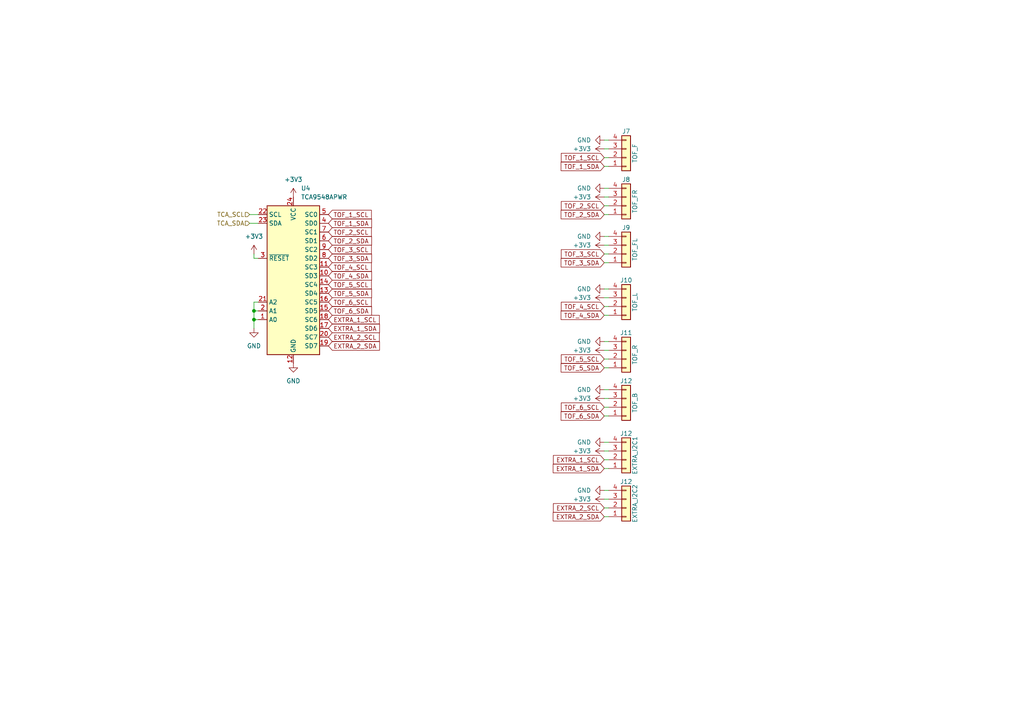
<source format=kicad_sch>
(kicad_sch (version 20230121) (generator eeschema)

  (uuid 7050d2c5-369f-4025-bc98-6b30bf6028c5)

  (paper "A4")

  (lib_symbols
    (symbol "Connector_Generic:Conn_01x04" (pin_names (offset 1.016) hide) (in_bom yes) (on_board yes)
      (property "Reference" "J" (at 0 5.08 0)
        (effects (font (size 1.27 1.27)))
      )
      (property "Value" "Conn_01x04" (at 0 -7.62 0)
        (effects (font (size 1.27 1.27)))
      )
      (property "Footprint" "" (at 0 0 0)
        (effects (font (size 1.27 1.27)) hide)
      )
      (property "Datasheet" "~" (at 0 0 0)
        (effects (font (size 1.27 1.27)) hide)
      )
      (property "ki_keywords" "connector" (at 0 0 0)
        (effects (font (size 1.27 1.27)) hide)
      )
      (property "ki_description" "Generic connector, single row, 01x04, script generated (kicad-library-utils/schlib/autogen/connector/)" (at 0 0 0)
        (effects (font (size 1.27 1.27)) hide)
      )
      (property "ki_fp_filters" "Connector*:*_1x??_*" (at 0 0 0)
        (effects (font (size 1.27 1.27)) hide)
      )
      (symbol "Conn_01x04_1_1"
        (rectangle (start -1.27 -4.953) (end 0 -5.207)
          (stroke (width 0.1524) (type default))
          (fill (type none))
        )
        (rectangle (start -1.27 -2.413) (end 0 -2.667)
          (stroke (width 0.1524) (type default))
          (fill (type none))
        )
        (rectangle (start -1.27 0.127) (end 0 -0.127)
          (stroke (width 0.1524) (type default))
          (fill (type none))
        )
        (rectangle (start -1.27 2.667) (end 0 2.413)
          (stroke (width 0.1524) (type default))
          (fill (type none))
        )
        (rectangle (start -1.27 3.81) (end 1.27 -6.35)
          (stroke (width 0.254) (type default))
          (fill (type background))
        )
        (pin passive line (at -5.08 2.54 0) (length 3.81)
          (name "Pin_1" (effects (font (size 1.27 1.27))))
          (number "1" (effects (font (size 1.27 1.27))))
        )
        (pin passive line (at -5.08 0 0) (length 3.81)
          (name "Pin_2" (effects (font (size 1.27 1.27))))
          (number "2" (effects (font (size 1.27 1.27))))
        )
        (pin passive line (at -5.08 -2.54 0) (length 3.81)
          (name "Pin_3" (effects (font (size 1.27 1.27))))
          (number "3" (effects (font (size 1.27 1.27))))
        )
        (pin passive line (at -5.08 -5.08 0) (length 3.81)
          (name "Pin_4" (effects (font (size 1.27 1.27))))
          (number "4" (effects (font (size 1.27 1.27))))
        )
      )
    )
    (symbol "Interface_Expansion:TCA9548APWR" (in_bom yes) (on_board yes)
      (property "Reference" "U" (at -7.62 21.59 0)
        (effects (font (size 1.27 1.27)) (justify left))
      )
      (property "Value" "TCA9548APWR" (at 1.016 21.59 0)
        (effects (font (size 1.27 1.27)) (justify left))
      )
      (property "Footprint" "Package_SO:TSSOP-24_4.4x7.8mm_P0.65mm" (at 0 -25.4 0)
        (effects (font (size 1.27 1.27)) hide)
      )
      (property "Datasheet" "http://www.ti.com/lit/ds/symlink/tca9548a.pdf" (at 1.27 6.35 0)
        (effects (font (size 1.27 1.27)) hide)
      )
      (property "ki_keywords" "Low voltage 8-channel I2C switch with reset" (at 0 0 0)
        (effects (font (size 1.27 1.27)) hide)
      )
      (property "ki_description" "Low voltage 8-channel I2C switch with reset, TSSOP-24" (at 0 0 0)
        (effects (font (size 1.27 1.27)) hide)
      )
      (property "ki_fp_filters" "TSSOP*4.4x7.8mm*P0.65mm*" (at 0 0 0)
        (effects (font (size 1.27 1.27)) hide)
      )
      (symbol "TCA9548APWR_0_1"
        (rectangle (start -7.62 20.32) (end 7.62 -22.86)
          (stroke (width 0.254) (type default))
          (fill (type background))
        )
      )
      (symbol "TCA9548APWR_1_1"
        (pin input line (at -10.16 -12.7 0) (length 2.54)
          (name "A0" (effects (font (size 1.27 1.27))))
          (number "1" (effects (font (size 1.27 1.27))))
        )
        (pin bidirectional line (at 10.16 0 180) (length 2.54)
          (name "SD3" (effects (font (size 1.27 1.27))))
          (number "10" (effects (font (size 1.27 1.27))))
        )
        (pin output line (at 10.16 2.54 180) (length 2.54)
          (name "SC3" (effects (font (size 1.27 1.27))))
          (number "11" (effects (font (size 1.27 1.27))))
        )
        (pin power_in line (at 0 -25.4 90) (length 2.54)
          (name "GND" (effects (font (size 1.27 1.27))))
          (number "12" (effects (font (size 1.27 1.27))))
        )
        (pin bidirectional line (at 10.16 -5.08 180) (length 2.54)
          (name "SD4" (effects (font (size 1.27 1.27))))
          (number "13" (effects (font (size 1.27 1.27))))
        )
        (pin output line (at 10.16 -2.54 180) (length 2.54)
          (name "SC4" (effects (font (size 1.27 1.27))))
          (number "14" (effects (font (size 1.27 1.27))))
        )
        (pin bidirectional line (at 10.16 -10.16 180) (length 2.54)
          (name "SD5" (effects (font (size 1.27 1.27))))
          (number "15" (effects (font (size 1.27 1.27))))
        )
        (pin output line (at 10.16 -7.62 180) (length 2.54)
          (name "SC5" (effects (font (size 1.27 1.27))))
          (number "16" (effects (font (size 1.27 1.27))))
        )
        (pin bidirectional line (at 10.16 -15.24 180) (length 2.54)
          (name "SD6" (effects (font (size 1.27 1.27))))
          (number "17" (effects (font (size 1.27 1.27))))
        )
        (pin output line (at 10.16 -12.7 180) (length 2.54)
          (name "SC6" (effects (font (size 1.27 1.27))))
          (number "18" (effects (font (size 1.27 1.27))))
        )
        (pin bidirectional line (at 10.16 -20.32 180) (length 2.54)
          (name "SD7" (effects (font (size 1.27 1.27))))
          (number "19" (effects (font (size 1.27 1.27))))
        )
        (pin input line (at -10.16 -10.16 0) (length 2.54)
          (name "A1" (effects (font (size 1.27 1.27))))
          (number "2" (effects (font (size 1.27 1.27))))
        )
        (pin output line (at 10.16 -17.78 180) (length 2.54)
          (name "SC7" (effects (font (size 1.27 1.27))))
          (number "20" (effects (font (size 1.27 1.27))))
        )
        (pin input line (at -10.16 -7.62 0) (length 2.54)
          (name "A2" (effects (font (size 1.27 1.27))))
          (number "21" (effects (font (size 1.27 1.27))))
        )
        (pin input line (at -10.16 17.78 0) (length 2.54)
          (name "SCL" (effects (font (size 1.27 1.27))))
          (number "22" (effects (font (size 1.27 1.27))))
        )
        (pin bidirectional line (at -10.16 15.24 0) (length 2.54)
          (name "SDA" (effects (font (size 1.27 1.27))))
          (number "23" (effects (font (size 1.27 1.27))))
        )
        (pin power_in line (at 0 22.86 270) (length 2.54)
          (name "VCC" (effects (font (size 1.27 1.27))))
          (number "24" (effects (font (size 1.27 1.27))))
        )
        (pin input line (at -10.16 5.08 0) (length 2.54)
          (name "~{RESET}" (effects (font (size 1.27 1.27))))
          (number "3" (effects (font (size 1.27 1.27))))
        )
        (pin bidirectional line (at 10.16 15.24 180) (length 2.54)
          (name "SD0" (effects (font (size 1.27 1.27))))
          (number "4" (effects (font (size 1.27 1.27))))
        )
        (pin output line (at 10.16 17.78 180) (length 2.54)
          (name "SC0" (effects (font (size 1.27 1.27))))
          (number "5" (effects (font (size 1.27 1.27))))
        )
        (pin bidirectional line (at 10.16 10.16 180) (length 2.54)
          (name "SD1" (effects (font (size 1.27 1.27))))
          (number "6" (effects (font (size 1.27 1.27))))
        )
        (pin output line (at 10.16 12.7 180) (length 2.54)
          (name "SC1" (effects (font (size 1.27 1.27))))
          (number "7" (effects (font (size 1.27 1.27))))
        )
        (pin bidirectional line (at 10.16 5.08 180) (length 2.54)
          (name "SD2" (effects (font (size 1.27 1.27))))
          (number "8" (effects (font (size 1.27 1.27))))
        )
        (pin output line (at 10.16 7.62 180) (length 2.54)
          (name "SC2" (effects (font (size 1.27 1.27))))
          (number "9" (effects (font (size 1.27 1.27))))
        )
      )
    )
    (symbol "power:+3V3" (power) (pin_names (offset 0)) (in_bom yes) (on_board yes)
      (property "Reference" "#PWR" (at 0 -3.81 0)
        (effects (font (size 1.27 1.27)) hide)
      )
      (property "Value" "+3V3" (at 0 3.556 0)
        (effects (font (size 1.27 1.27)))
      )
      (property "Footprint" "" (at 0 0 0)
        (effects (font (size 1.27 1.27)) hide)
      )
      (property "Datasheet" "" (at 0 0 0)
        (effects (font (size 1.27 1.27)) hide)
      )
      (property "ki_keywords" "power-flag" (at 0 0 0)
        (effects (font (size 1.27 1.27)) hide)
      )
      (property "ki_description" "Power symbol creates a global label with name \"+3V3\"" (at 0 0 0)
        (effects (font (size 1.27 1.27)) hide)
      )
      (symbol "+3V3_0_1"
        (polyline
          (pts
            (xy -0.762 1.27)
            (xy 0 2.54)
          )
          (stroke (width 0) (type default))
          (fill (type none))
        )
        (polyline
          (pts
            (xy 0 0)
            (xy 0 2.54)
          )
          (stroke (width 0) (type default))
          (fill (type none))
        )
        (polyline
          (pts
            (xy 0 2.54)
            (xy 0.762 1.27)
          )
          (stroke (width 0) (type default))
          (fill (type none))
        )
      )
      (symbol "+3V3_1_1"
        (pin power_in line (at 0 0 90) (length 0) hide
          (name "+3V3" (effects (font (size 1.27 1.27))))
          (number "1" (effects (font (size 1.27 1.27))))
        )
      )
    )
    (symbol "power:GND" (power) (pin_names (offset 0)) (in_bom yes) (on_board yes)
      (property "Reference" "#PWR" (at 0 -6.35 0)
        (effects (font (size 1.27 1.27)) hide)
      )
      (property "Value" "GND" (at 0 -3.81 0)
        (effects (font (size 1.27 1.27)))
      )
      (property "Footprint" "" (at 0 0 0)
        (effects (font (size 1.27 1.27)) hide)
      )
      (property "Datasheet" "" (at 0 0 0)
        (effects (font (size 1.27 1.27)) hide)
      )
      (property "ki_keywords" "global power" (at 0 0 0)
        (effects (font (size 1.27 1.27)) hide)
      )
      (property "ki_description" "Power symbol creates a global label with name \"GND\" , ground" (at 0 0 0)
        (effects (font (size 1.27 1.27)) hide)
      )
      (symbol "GND_0_1"
        (polyline
          (pts
            (xy 0 0)
            (xy 0 -1.27)
            (xy 1.27 -1.27)
            (xy 0 -2.54)
            (xy -1.27 -1.27)
            (xy 0 -1.27)
          )
          (stroke (width 0) (type default))
          (fill (type none))
        )
      )
      (symbol "GND_1_1"
        (pin power_in line (at 0 0 270) (length 0) hide
          (name "GND" (effects (font (size 1.27 1.27))))
          (number "1" (effects (font (size 1.27 1.27))))
        )
      )
    )
  )

  (junction (at 73.66 92.71) (diameter 0) (color 0 0 0 0)
    (uuid 25a036ce-5c5c-4a82-970b-9034c9b4c53f)
  )
  (junction (at 73.66 90.17) (diameter 0) (color 0 0 0 0)
    (uuid 37d750b7-5f6e-48c9-b0c0-5e965884b2b2)
  )

  (wire (pts (xy 73.66 90.17) (xy 73.66 92.71))
    (stroke (width 0) (type default))
    (uuid 0acfd825-58bb-474e-b7c0-4ba189893f49)
  )
  (wire (pts (xy 175.26 86.36) (xy 176.53 86.36))
    (stroke (width 0) (type default))
    (uuid 13870f2d-8fb6-427c-87b1-3e4e0d05c649)
  )
  (wire (pts (xy 175.26 142.24) (xy 176.53 142.24))
    (stroke (width 0) (type default))
    (uuid 16959c85-bc57-4fbc-ab24-a334cdc7d8e5)
  )
  (wire (pts (xy 73.66 92.71) (xy 73.66 95.25))
    (stroke (width 0) (type default))
    (uuid 2d0e734d-a154-471f-b69a-f74e168b1c97)
  )
  (wire (pts (xy 73.66 92.71) (xy 74.93 92.71))
    (stroke (width 0) (type default))
    (uuid 30616026-c5ba-4364-893d-b74a0bfd19f7)
  )
  (wire (pts (xy 175.26 68.58) (xy 176.53 68.58))
    (stroke (width 0) (type default))
    (uuid 33417410-11f2-4c13-9364-96525aa8700d)
  )
  (wire (pts (xy 175.26 115.57) (xy 176.53 115.57))
    (stroke (width 0) (type default))
    (uuid 337adccf-09a7-49cc-b5bf-07284714ac36)
  )
  (wire (pts (xy 175.26 144.78) (xy 176.53 144.78))
    (stroke (width 0) (type default))
    (uuid 34b54a1f-79c9-4ec6-a157-e9ae43f14aae)
  )
  (wire (pts (xy 73.66 87.63) (xy 73.66 90.17))
    (stroke (width 0) (type default))
    (uuid 3b868320-a59b-4c1f-9f4e-e4c7f6efdbac)
  )
  (wire (pts (xy 175.26 45.72) (xy 176.53 45.72))
    (stroke (width 0) (type default))
    (uuid 3cee042f-2319-490d-8e63-691063224732)
  )
  (wire (pts (xy 72.39 64.77) (xy 74.93 64.77))
    (stroke (width 0) (type default))
    (uuid 3eb005c3-790d-4130-a1d2-daf04db194c7)
  )
  (wire (pts (xy 175.26 88.9) (xy 176.53 88.9))
    (stroke (width 0) (type default))
    (uuid 42f73142-58bc-4612-8caf-b24fb7c11c37)
  )
  (wire (pts (xy 73.66 90.17) (xy 74.93 90.17))
    (stroke (width 0) (type default))
    (uuid 4650141a-4a2e-4f0f-955e-aa91a10dc492)
  )
  (wire (pts (xy 175.26 62.23) (xy 176.53 62.23))
    (stroke (width 0) (type default))
    (uuid 4b877069-81cd-4dd5-be2f-1ddf12abfd53)
  )
  (wire (pts (xy 175.26 120.65) (xy 176.53 120.65))
    (stroke (width 0) (type default))
    (uuid 60821121-5cec-468e-8fbb-08c319a0b90d)
  )
  (wire (pts (xy 72.39 62.23) (xy 74.93 62.23))
    (stroke (width 0) (type default))
    (uuid 62a6cd4b-9d89-4f12-9538-258673569b39)
  )
  (wire (pts (xy 175.26 71.12) (xy 176.53 71.12))
    (stroke (width 0) (type default))
    (uuid 66a0c549-1652-439c-badb-539bc72f38b9)
  )
  (wire (pts (xy 175.26 130.81) (xy 176.53 130.81))
    (stroke (width 0) (type default))
    (uuid 736ef9fe-f2e3-4dbe-bac3-c7780eb5d6e4)
  )
  (wire (pts (xy 175.26 76.2) (xy 176.53 76.2))
    (stroke (width 0) (type default))
    (uuid 7b95a2ad-0f1a-4e19-aa42-95db91b02039)
  )
  (wire (pts (xy 175.26 40.64) (xy 176.53 40.64))
    (stroke (width 0) (type default))
    (uuid 906345d6-21dd-45e1-b421-4ebeff300227)
  )
  (wire (pts (xy 175.26 147.32) (xy 176.53 147.32))
    (stroke (width 0) (type default))
    (uuid 94de4d81-02f9-4d04-8fa0-d226ea2dad2a)
  )
  (wire (pts (xy 175.26 149.86) (xy 176.53 149.86))
    (stroke (width 0) (type default))
    (uuid 9d28e49b-0d64-4a21-87aa-06dd54713a9d)
  )
  (wire (pts (xy 175.26 83.82) (xy 176.53 83.82))
    (stroke (width 0) (type default))
    (uuid a5e5794d-58b8-4500-ad58-7df7043dc7b3)
  )
  (wire (pts (xy 175.26 91.44) (xy 176.53 91.44))
    (stroke (width 0) (type default))
    (uuid a65fa68a-c934-4937-a12d-2de0bd07269b)
  )
  (wire (pts (xy 175.26 54.61) (xy 176.53 54.61))
    (stroke (width 0) (type default))
    (uuid ac67ffbf-3cc0-4735-8a65-3943f10e64e6)
  )
  (wire (pts (xy 175.26 99.06) (xy 176.53 99.06))
    (stroke (width 0) (type default))
    (uuid b15d0aa0-8186-4eb3-92ae-0375dbac3580)
  )
  (wire (pts (xy 175.26 101.6) (xy 176.53 101.6))
    (stroke (width 0) (type default))
    (uuid b658e02d-903f-4ac7-9d7a-70228f4eb34f)
  )
  (wire (pts (xy 175.26 59.69) (xy 176.53 59.69))
    (stroke (width 0) (type default))
    (uuid b7a60a4d-dceb-4702-9d6f-904aade62a84)
  )
  (wire (pts (xy 175.26 118.11) (xy 176.53 118.11))
    (stroke (width 0) (type default))
    (uuid cca7106e-0ade-48c6-bbad-63c8f060b255)
  )
  (wire (pts (xy 175.26 57.15) (xy 176.53 57.15))
    (stroke (width 0) (type default))
    (uuid d9c89ff0-6f46-407a-8943-44945530415e)
  )
  (wire (pts (xy 175.26 104.14) (xy 176.53 104.14))
    (stroke (width 0) (type default))
    (uuid dcd6c73a-9e93-478c-be07-0195ae1c2e5a)
  )
  (wire (pts (xy 175.26 106.68) (xy 176.53 106.68))
    (stroke (width 0) (type default))
    (uuid ddcc8f2a-3577-4b1e-a5e2-6fa1776d9141)
  )
  (wire (pts (xy 175.26 48.26) (xy 176.53 48.26))
    (stroke (width 0) (type default))
    (uuid e0dfd829-35e3-424c-a88b-ffa6d7afc810)
  )
  (wire (pts (xy 73.66 74.93) (xy 73.66 73.66))
    (stroke (width 0) (type default))
    (uuid ed76033f-fea5-4339-91a6-2b4c5d3b18e3)
  )
  (wire (pts (xy 175.26 43.18) (xy 176.53 43.18))
    (stroke (width 0) (type default))
    (uuid ee95aeaf-3999-4f37-be05-81de8c240e09)
  )
  (wire (pts (xy 74.93 87.63) (xy 73.66 87.63))
    (stroke (width 0) (type default))
    (uuid eeceaff8-e018-4ec9-8bf7-7f66751475cf)
  )
  (wire (pts (xy 175.26 128.27) (xy 176.53 128.27))
    (stroke (width 0) (type default))
    (uuid f10767ae-cb98-4ed2-ae49-50babd6e2806)
  )
  (wire (pts (xy 175.26 73.66) (xy 176.53 73.66))
    (stroke (width 0) (type default))
    (uuid f801d962-006b-4b93-bd4f-b495c8773141)
  )
  (wire (pts (xy 74.93 74.93) (xy 73.66 74.93))
    (stroke (width 0) (type default))
    (uuid f8d06f6a-9069-43b7-b4ab-b313007ed355)
  )
  (wire (pts (xy 175.26 135.89) (xy 176.53 135.89))
    (stroke (width 0) (type default))
    (uuid f982f987-d09d-419e-b0a7-8dac0f605cf1)
  )
  (wire (pts (xy 175.26 133.35) (xy 176.53 133.35))
    (stroke (width 0) (type default))
    (uuid f9840433-55ae-4471-99db-699551a91c17)
  )
  (wire (pts (xy 175.26 113.03) (xy 176.53 113.03))
    (stroke (width 0) (type default))
    (uuid fef384fa-9991-4d29-b749-d17f5b319c50)
  )

  (global_label "TOF_4_SDA" (shape input) (at 95.25 80.01 0) (fields_autoplaced)
    (effects (font (size 1.27 1.27)) (justify left))
    (uuid 0199da43-86b4-4ffb-aba3-e59868052724)
    (property "Intersheetrefs" "${INTERSHEET_REFS}" (at 108.3347 80.01 0)
      (effects (font (size 1.27 1.27)) (justify left) hide)
    )
  )
  (global_label "TOF_6_SDA" (shape input) (at 175.26 120.65 180) (fields_autoplaced)
    (effects (font (size 1.27 1.27)) (justify right))
    (uuid 0416dbd6-feec-4a2c-ae27-8473771d9eb7)
    (property "Intersheetrefs" "${INTERSHEET_REFS}" (at 162.1753 120.65 0)
      (effects (font (size 1.27 1.27)) (justify right) hide)
    )
  )
  (global_label "TOF_2_SCL" (shape input) (at 95.25 67.31 0) (fields_autoplaced)
    (effects (font (size 1.27 1.27)) (justify left))
    (uuid 07f7cf1c-a018-4ff9-9244-717daaf4135c)
    (property "Intersheetrefs" "${INTERSHEET_REFS}" (at 108.2742 67.31 0)
      (effects (font (size 1.27 1.27)) (justify left) hide)
    )
  )
  (global_label "TOF_4_SDA" (shape input) (at 175.26 91.44 180) (fields_autoplaced)
    (effects (font (size 1.27 1.27)) (justify right))
    (uuid 2a34cbdc-3d3d-4882-91d3-c06c2987a581)
    (property "Intersheetrefs" "${INTERSHEET_REFS}" (at 162.1753 91.44 0)
      (effects (font (size 1.27 1.27)) (justify right) hide)
    )
  )
  (global_label "TOF_2_SDA" (shape input) (at 175.26 62.23 180) (fields_autoplaced)
    (effects (font (size 1.27 1.27)) (justify right))
    (uuid 3d2c46e4-9498-4aa5-9449-61991062cf41)
    (property "Intersheetrefs" "${INTERSHEET_REFS}" (at 162.1753 62.23 0)
      (effects (font (size 1.27 1.27)) (justify right) hide)
    )
  )
  (global_label "TOF_5_SDA" (shape input) (at 175.26 106.68 180) (fields_autoplaced)
    (effects (font (size 1.27 1.27)) (justify right))
    (uuid 3dd2e95b-06fd-4cb1-bd91-d4b7fed10864)
    (property "Intersheetrefs" "${INTERSHEET_REFS}" (at 162.1753 106.68 0)
      (effects (font (size 1.27 1.27)) (justify right) hide)
    )
  )
  (global_label "TOF_6_SDA" (shape input) (at 95.25 90.17 0) (fields_autoplaced)
    (effects (font (size 1.27 1.27)) (justify left))
    (uuid 3e93eee4-98ec-41fa-a8d8-ea12ad284720)
    (property "Intersheetrefs" "${INTERSHEET_REFS}" (at 108.3347 90.17 0)
      (effects (font (size 1.27 1.27)) (justify left) hide)
    )
  )
  (global_label "EXTRA_1_SCL" (shape input) (at 175.26 133.35 180) (fields_autoplaced)
    (effects (font (size 1.27 1.27)) (justify right))
    (uuid 49b4c8f7-fab0-4701-84f5-f09d8cac73f5)
    (property "Intersheetrefs" "${INTERSHEET_REFS}" (at 159.9378 133.35 0)
      (effects (font (size 1.27 1.27)) (justify right) hide)
    )
  )
  (global_label "EXTRA_2_SCL" (shape input) (at 175.26 147.32 180) (fields_autoplaced)
    (effects (font (size 1.27 1.27)) (justify right))
    (uuid 659324ba-8a01-49a1-9c91-c276d3a7859f)
    (property "Intersheetrefs" "${INTERSHEET_REFS}" (at 159.9378 147.32 0)
      (effects (font (size 1.27 1.27)) (justify right) hide)
    )
  )
  (global_label "EXTRA_2_SCL" (shape input) (at 95.25 97.79 0) (fields_autoplaced)
    (effects (font (size 1.27 1.27)) (justify left))
    (uuid 67249410-f501-4306-99d7-ee1842d59426)
    (property "Intersheetrefs" "${INTERSHEET_REFS}" (at 110.5722 97.79 0)
      (effects (font (size 1.27 1.27)) (justify left) hide)
    )
  )
  (global_label "TOF_6_SCL" (shape input) (at 95.25 87.63 0) (fields_autoplaced)
    (effects (font (size 1.27 1.27)) (justify left))
    (uuid 67e1da0a-a230-45cc-94c6-75eedc05d22d)
    (property "Intersheetrefs" "${INTERSHEET_REFS}" (at 108.2742 87.63 0)
      (effects (font (size 1.27 1.27)) (justify left) hide)
    )
  )
  (global_label "TOF_1_SDA" (shape input) (at 175.26 48.26 180) (fields_autoplaced)
    (effects (font (size 1.27 1.27)) (justify right))
    (uuid 692674a7-788f-48d7-94a3-149214aee299)
    (property "Intersheetrefs" "${INTERSHEET_REFS}" (at 162.1753 48.26 0)
      (effects (font (size 1.27 1.27)) (justify right) hide)
    )
  )
  (global_label "EXTRA_2_SDA" (shape input) (at 95.25 100.33 0) (fields_autoplaced)
    (effects (font (size 1.27 1.27)) (justify left))
    (uuid 6a49294a-aafe-4a75-815e-762ff41b16d6)
    (property "Intersheetrefs" "${INTERSHEET_REFS}" (at 110.6327 100.33 0)
      (effects (font (size 1.27 1.27)) (justify left) hide)
    )
  )
  (global_label "TOF_2_SDA" (shape input) (at 95.25 69.85 0) (fields_autoplaced)
    (effects (font (size 1.27 1.27)) (justify left))
    (uuid 6d43a71a-6faa-4d9b-9325-fa7860843bce)
    (property "Intersheetrefs" "${INTERSHEET_REFS}" (at 108.3347 69.85 0)
      (effects (font (size 1.27 1.27)) (justify left) hide)
    )
  )
  (global_label "TOF_4_SCL" (shape input) (at 95.25 77.47 0) (fields_autoplaced)
    (effects (font (size 1.27 1.27)) (justify left))
    (uuid 7940ef1a-ee34-4244-bbe9-ac8b76db164a)
    (property "Intersheetrefs" "${INTERSHEET_REFS}" (at 108.2742 77.47 0)
      (effects (font (size 1.27 1.27)) (justify left) hide)
    )
  )
  (global_label "TOF_1_SCL" (shape input) (at 95.25 62.23 0) (fields_autoplaced)
    (effects (font (size 1.27 1.27)) (justify left))
    (uuid 79992448-80d8-4f8d-a9f5-4eb8c3ed32f0)
    (property "Intersheetrefs" "${INTERSHEET_REFS}" (at 108.2742 62.23 0)
      (effects (font (size 1.27 1.27)) (justify left) hide)
    )
  )
  (global_label "TOF_5_SDA" (shape input) (at 95.25 85.09 0) (fields_autoplaced)
    (effects (font (size 1.27 1.27)) (justify left))
    (uuid 7d233472-e130-44de-a6c3-61fe7d71017d)
    (property "Intersheetrefs" "${INTERSHEET_REFS}" (at 108.3347 85.09 0)
      (effects (font (size 1.27 1.27)) (justify left) hide)
    )
  )
  (global_label "TOF_5_SCL" (shape input) (at 95.25 82.55 0) (fields_autoplaced)
    (effects (font (size 1.27 1.27)) (justify left))
    (uuid 8a0291dc-818b-4496-8dea-fd4a1d7406c7)
    (property "Intersheetrefs" "${INTERSHEET_REFS}" (at 108.2742 82.55 0)
      (effects (font (size 1.27 1.27)) (justify left) hide)
    )
  )
  (global_label "TOF_3_SCL" (shape input) (at 175.26 73.66 180) (fields_autoplaced)
    (effects (font (size 1.27 1.27)) (justify right))
    (uuid 90f51e66-35cd-4973-b6c7-c559da0f46b4)
    (property "Intersheetrefs" "${INTERSHEET_REFS}" (at 162.2358 73.66 0)
      (effects (font (size 1.27 1.27)) (justify right) hide)
    )
  )
  (global_label "TOF_1_SCL" (shape input) (at 175.26 45.72 180) (fields_autoplaced)
    (effects (font (size 1.27 1.27)) (justify right))
    (uuid b9147af5-c9cd-4bd0-b1c4-0a51fa7dcf28)
    (property "Intersheetrefs" "${INTERSHEET_REFS}" (at 162.2358 45.72 0)
      (effects (font (size 1.27 1.27)) (justify right) hide)
    )
  )
  (global_label "TOF_1_SDA" (shape input) (at 95.25 64.77 0) (fields_autoplaced)
    (effects (font (size 1.27 1.27)) (justify left))
    (uuid c4af585a-2ac6-4d49-8bc4-741a0bd450a8)
    (property "Intersheetrefs" "${INTERSHEET_REFS}" (at 108.3347 64.77 0)
      (effects (font (size 1.27 1.27)) (justify left) hide)
    )
  )
  (global_label "TOF_5_SCL" (shape input) (at 175.26 104.14 180) (fields_autoplaced)
    (effects (font (size 1.27 1.27)) (justify right))
    (uuid cbc8028d-1616-4a05-9092-90d8aed28644)
    (property "Intersheetrefs" "${INTERSHEET_REFS}" (at 162.2358 104.14 0)
      (effects (font (size 1.27 1.27)) (justify right) hide)
    )
  )
  (global_label "TOF_6_SCL" (shape input) (at 175.26 118.11 180) (fields_autoplaced)
    (effects (font (size 1.27 1.27)) (justify right))
    (uuid d5f5d5f5-d141-4007-baee-e1b81a1985d3)
    (property "Intersheetrefs" "${INTERSHEET_REFS}" (at 162.2358 118.11 0)
      (effects (font (size 1.27 1.27)) (justify right) hide)
    )
  )
  (global_label "EXTRA_1_SDA" (shape input) (at 95.25 95.25 0) (fields_autoplaced)
    (effects (font (size 1.27 1.27)) (justify left))
    (uuid d7ef1fb5-b6eb-4404-8c3b-983576756fe7)
    (property "Intersheetrefs" "${INTERSHEET_REFS}" (at 110.6327 95.25 0)
      (effects (font (size 1.27 1.27)) (justify left) hide)
    )
  )
  (global_label "TOF_3_SDA" (shape input) (at 175.26 76.2 180) (fields_autoplaced)
    (effects (font (size 1.27 1.27)) (justify right))
    (uuid ea01329c-ecaa-49e0-9fca-78db9e2d001a)
    (property "Intersheetrefs" "${INTERSHEET_REFS}" (at 162.1753 76.2 0)
      (effects (font (size 1.27 1.27)) (justify right) hide)
    )
  )
  (global_label "TOF_2_SCL" (shape input) (at 175.26 59.69 180) (fields_autoplaced)
    (effects (font (size 1.27 1.27)) (justify right))
    (uuid eec3a234-7d72-49f4-9492-52e4e000dc55)
    (property "Intersheetrefs" "${INTERSHEET_REFS}" (at 162.2358 59.69 0)
      (effects (font (size 1.27 1.27)) (justify right) hide)
    )
  )
  (global_label "TOF_3_SDA" (shape input) (at 95.25 74.93 0) (fields_autoplaced)
    (effects (font (size 1.27 1.27)) (justify left))
    (uuid f39e8c6e-a5a2-4048-a076-47f2d6d8eb8d)
    (property "Intersheetrefs" "${INTERSHEET_REFS}" (at 108.3347 74.93 0)
      (effects (font (size 1.27 1.27)) (justify left) hide)
    )
  )
  (global_label "EXTRA_1_SCL" (shape input) (at 95.25 92.71 0) (fields_autoplaced)
    (effects (font (size 1.27 1.27)) (justify left))
    (uuid f6a6db0e-b957-48b1-9c1e-17f46104ab6c)
    (property "Intersheetrefs" "${INTERSHEET_REFS}" (at 110.5722 92.71 0)
      (effects (font (size 1.27 1.27)) (justify left) hide)
    )
  )
  (global_label "EXTRA_2_SDA" (shape input) (at 175.26 149.86 180) (fields_autoplaced)
    (effects (font (size 1.27 1.27)) (justify right))
    (uuid f81015a5-648d-413b-86f5-9d52ddacafb9)
    (property "Intersheetrefs" "${INTERSHEET_REFS}" (at 159.8773 149.86 0)
      (effects (font (size 1.27 1.27)) (justify right) hide)
    )
  )
  (global_label "TOF_4_SCL" (shape input) (at 175.26 88.9 180) (fields_autoplaced)
    (effects (font (size 1.27 1.27)) (justify right))
    (uuid fcc8e115-552d-475e-b7c2-dbe8f944699b)
    (property "Intersheetrefs" "${INTERSHEET_REFS}" (at 162.2358 88.9 0)
      (effects (font (size 1.27 1.27)) (justify right) hide)
    )
  )
  (global_label "TOF_3_SCL" (shape input) (at 95.25 72.39 0) (fields_autoplaced)
    (effects (font (size 1.27 1.27)) (justify left))
    (uuid fcf355e7-73a2-49ae-98c1-b2684c4f02ae)
    (property "Intersheetrefs" "${INTERSHEET_REFS}" (at 108.2742 72.39 0)
      (effects (font (size 1.27 1.27)) (justify left) hide)
    )
  )
  (global_label "EXTRA_1_SDA" (shape input) (at 175.26 135.89 180) (fields_autoplaced)
    (effects (font (size 1.27 1.27)) (justify right))
    (uuid ff3676eb-2777-408c-b310-139b08f8ac98)
    (property "Intersheetrefs" "${INTERSHEET_REFS}" (at 159.8773 135.89 0)
      (effects (font (size 1.27 1.27)) (justify right) hide)
    )
  )

  (hierarchical_label "TCA_SCL" (shape input) (at 72.39 62.23 180) (fields_autoplaced)
    (effects (font (size 1.27 1.27)) (justify right))
    (uuid abbe9910-6d78-4c93-9dc3-27e7e90de25a)
  )
  (hierarchical_label "TCA_SDA" (shape input) (at 72.39 64.77 180) (fields_autoplaced)
    (effects (font (size 1.27 1.27)) (justify right))
    (uuid da4334c1-d049-443d-9a1f-56b99d5d403d)
  )

  (symbol (lib_id "power:GND") (at 85.09 105.41 0) (unit 1)
    (in_bom yes) (on_board yes) (dnp no) (fields_autoplaced)
    (uuid 108a65de-bc43-4863-b3c0-07209446caf3)
    (property "Reference" "#PWR026" (at 85.09 111.76 0)
      (effects (font (size 1.27 1.27)) hide)
    )
    (property "Value" "GND" (at 85.09 110.49 0)
      (effects (font (size 1.27 1.27)))
    )
    (property "Footprint" "" (at 85.09 105.41 0)
      (effects (font (size 1.27 1.27)) hide)
    )
    (property "Datasheet" "" (at 85.09 105.41 0)
      (effects (font (size 1.27 1.27)) hide)
    )
    (pin "1" (uuid 30177c05-32d2-4dbd-ac7e-6d3b98913d8b))
    (instances
      (project "MiniSumoPCB"
        (path "/0698a2d5-b2b6-4d73-8e30-63fb12402901"
          (reference "#PWR026") (unit 1)
        )
        (path "/0698a2d5-b2b6-4d73-8e30-63fb12402901/c2c084d3-faf8-46f3-8dc2-bbf086e8194e"
          (reference "#PWR032") (unit 1)
        )
      )
      (project "SolarScavenger"
        (path "/15d21b70-cf75-4246-a7d0-16607a291558"
          (reference "#PWR020") (unit 1)
        )
      )
    )
  )

  (symbol (lib_id "power:GND") (at 175.26 142.24 270) (unit 1)
    (in_bom yes) (on_board yes) (dnp no) (fields_autoplaced)
    (uuid 13222e63-a243-451d-b916-af9e1dc2fc1c)
    (property "Reference" "#PWR030" (at 168.91 142.24 0)
      (effects (font (size 1.27 1.27)) hide)
    )
    (property "Value" "GND" (at 171.45 142.24 90)
      (effects (font (size 1.27 1.27)) (justify right))
    )
    (property "Footprint" "" (at 175.26 142.24 0)
      (effects (font (size 1.27 1.27)) hide)
    )
    (property "Datasheet" "" (at 175.26 142.24 0)
      (effects (font (size 1.27 1.27)) hide)
    )
    (pin "1" (uuid 95003e80-4dd2-4ab1-912b-2a720a010883))
    (instances
      (project "MiniSumoPCB"
        (path "/0698a2d5-b2b6-4d73-8e30-63fb12402901"
          (reference "#PWR030") (unit 1)
        )
        (path "/0698a2d5-b2b6-4d73-8e30-63fb12402901/c2c084d3-faf8-46f3-8dc2-bbf086e8194e"
          (reference "#PWR054") (unit 1)
        )
      )
      (project "SolarScavenger"
        (path "/15d21b70-cf75-4246-a7d0-16607a291558"
          (reference "#PWR020") (unit 1)
        )
      )
    )
  )

  (symbol (lib_id "power:+3V3") (at 73.66 73.66 0) (mirror y) (unit 1)
    (in_bom yes) (on_board yes) (dnp no) (fields_autoplaced)
    (uuid 137b625f-dd90-4992-a6b1-28650ba4a744)
    (property "Reference" "#PWR023" (at 73.66 77.47 0)
      (effects (font (size 1.27 1.27)) hide)
    )
    (property "Value" "+3V3" (at 73.66 68.58 0)
      (effects (font (size 1.27 1.27)))
    )
    (property "Footprint" "" (at 73.66 73.66 0)
      (effects (font (size 1.27 1.27)) hide)
    )
    (property "Datasheet" "" (at 73.66 73.66 0)
      (effects (font (size 1.27 1.27)) hide)
    )
    (pin "1" (uuid 66bc356e-2b3f-43fb-93d7-5b354fed8707))
    (instances
      (project "MiniSumoPCB"
        (path "/0698a2d5-b2b6-4d73-8e30-63fb12402901"
          (reference "#PWR023") (unit 1)
        )
        (path "/0698a2d5-b2b6-4d73-8e30-63fb12402901/c2c084d3-faf8-46f3-8dc2-bbf086e8194e"
          (reference "#PWR035") (unit 1)
        )
      )
      (project "SolarScavenger"
        (path "/15d21b70-cf75-4246-a7d0-16607a291558"
          (reference "#PWR019") (unit 1)
        )
      )
    )
  )

  (symbol (lib_id "power:GND") (at 175.26 99.06 270) (unit 1)
    (in_bom yes) (on_board yes) (dnp no) (fields_autoplaced)
    (uuid 14bde7b1-8b9e-4514-b15e-d1ad7a57738e)
    (property "Reference" "#PWR028" (at 168.91 99.06 0)
      (effects (font (size 1.27 1.27)) hide)
    )
    (property "Value" "GND" (at 171.45 99.06 90)
      (effects (font (size 1.27 1.27)) (justify right))
    )
    (property "Footprint" "" (at 175.26 99.06 0)
      (effects (font (size 1.27 1.27)) hide)
    )
    (property "Datasheet" "" (at 175.26 99.06 0)
      (effects (font (size 1.27 1.27)) hide)
    )
    (pin "1" (uuid 49822cd7-cb55-4d13-b102-464232a21187))
    (instances
      (project "MiniSumoPCB"
        (path "/0698a2d5-b2b6-4d73-8e30-63fb12402901"
          (reference "#PWR028") (unit 1)
        )
        (path "/0698a2d5-b2b6-4d73-8e30-63fb12402901/c2c084d3-faf8-46f3-8dc2-bbf086e8194e"
          (reference "#PWR028") (unit 1)
        )
      )
      (project "SolarScavenger"
        (path "/15d21b70-cf75-4246-a7d0-16607a291558"
          (reference "#PWR020") (unit 1)
        )
      )
    )
  )

  (symbol (lib_id "power:GND") (at 175.26 83.82 270) (unit 1)
    (in_bom yes) (on_board yes) (dnp no) (fields_autoplaced)
    (uuid 19469fca-24db-477b-8b36-e9df078a8e76)
    (property "Reference" "#PWR026" (at 168.91 83.82 0)
      (effects (font (size 1.27 1.27)) hide)
    )
    (property "Value" "GND" (at 171.45 83.82 90)
      (effects (font (size 1.27 1.27)) (justify right))
    )
    (property "Footprint" "" (at 175.26 83.82 0)
      (effects (font (size 1.27 1.27)) hide)
    )
    (property "Datasheet" "" (at 175.26 83.82 0)
      (effects (font (size 1.27 1.27)) hide)
    )
    (pin "1" (uuid 20bcff65-c3ed-402a-bac3-17831f9f3a46))
    (instances
      (project "MiniSumoPCB"
        (path "/0698a2d5-b2b6-4d73-8e30-63fb12402901"
          (reference "#PWR026") (unit 1)
        )
        (path "/0698a2d5-b2b6-4d73-8e30-63fb12402901/c2c084d3-faf8-46f3-8dc2-bbf086e8194e"
          (reference "#PWR026") (unit 1)
        )
      )
      (project "SolarScavenger"
        (path "/15d21b70-cf75-4246-a7d0-16607a291558"
          (reference "#PWR020") (unit 1)
        )
      )
    )
  )

  (symbol (lib_id "power:+3V3") (at 175.26 57.15 90) (mirror x) (unit 1)
    (in_bom yes) (on_board yes) (dnp no) (fields_autoplaced)
    (uuid 26e764ff-7b78-499c-b79f-68cb44fee9a6)
    (property "Reference" "#PWR023" (at 179.07 57.15 0)
      (effects (font (size 1.27 1.27)) hide)
    )
    (property "Value" "+3V3" (at 171.45 57.15 90)
      (effects (font (size 1.27 1.27)) (justify left))
    )
    (property "Footprint" "" (at 175.26 57.15 0)
      (effects (font (size 1.27 1.27)) hide)
    )
    (property "Datasheet" "" (at 175.26 57.15 0)
      (effects (font (size 1.27 1.27)) hide)
    )
    (pin "1" (uuid 68db692b-b1c1-45f1-9e36-ffc4ba83d338))
    (instances
      (project "MiniSumoPCB"
        (path "/0698a2d5-b2b6-4d73-8e30-63fb12402901"
          (reference "#PWR023") (unit 1)
        )
        (path "/0698a2d5-b2b6-4d73-8e30-63fb12402901/c2c084d3-faf8-46f3-8dc2-bbf086e8194e"
          (reference "#PWR023") (unit 1)
        )
      )
      (project "SolarScavenger"
        (path "/15d21b70-cf75-4246-a7d0-16607a291558"
          (reference "#PWR019") (unit 1)
        )
      )
    )
  )

  (symbol (lib_id "power:+3V3") (at 175.26 115.57 90) (mirror x) (unit 1)
    (in_bom yes) (on_board yes) (dnp no) (fields_autoplaced)
    (uuid 27603d59-5290-4175-9b7d-92062ae860f1)
    (property "Reference" "#PWR031" (at 179.07 115.57 0)
      (effects (font (size 1.27 1.27)) hide)
    )
    (property "Value" "+3V3" (at 171.45 115.57 90)
      (effects (font (size 1.27 1.27)) (justify left))
    )
    (property "Footprint" "" (at 175.26 115.57 0)
      (effects (font (size 1.27 1.27)) hide)
    )
    (property "Datasheet" "" (at 175.26 115.57 0)
      (effects (font (size 1.27 1.27)) hide)
    )
    (pin "1" (uuid eb5fdf90-f619-4568-910d-f02f3cb7ab12))
    (instances
      (project "MiniSumoPCB"
        (path "/0698a2d5-b2b6-4d73-8e30-63fb12402901"
          (reference "#PWR031") (unit 1)
        )
        (path "/0698a2d5-b2b6-4d73-8e30-63fb12402901/c2c084d3-faf8-46f3-8dc2-bbf086e8194e"
          (reference "#PWR031") (unit 1)
        )
      )
      (project "SolarScavenger"
        (path "/15d21b70-cf75-4246-a7d0-16607a291558"
          (reference "#PWR019") (unit 1)
        )
      )
    )
  )

  (symbol (lib_id "power:GND") (at 175.26 128.27 270) (unit 1)
    (in_bom yes) (on_board yes) (dnp no) (fields_autoplaced)
    (uuid 299255c9-ee5d-42ce-a605-cb90634752c8)
    (property "Reference" "#PWR030" (at 168.91 128.27 0)
      (effects (font (size 1.27 1.27)) hide)
    )
    (property "Value" "GND" (at 171.45 128.27 90)
      (effects (font (size 1.27 1.27)) (justify right))
    )
    (property "Footprint" "" (at 175.26 128.27 0)
      (effects (font (size 1.27 1.27)) hide)
    )
    (property "Datasheet" "" (at 175.26 128.27 0)
      (effects (font (size 1.27 1.27)) hide)
    )
    (pin "1" (uuid c708bc4d-81ee-4bd1-9498-0e722704a5ab))
    (instances
      (project "MiniSumoPCB"
        (path "/0698a2d5-b2b6-4d73-8e30-63fb12402901"
          (reference "#PWR030") (unit 1)
        )
        (path "/0698a2d5-b2b6-4d73-8e30-63fb12402901/c2c084d3-faf8-46f3-8dc2-bbf086e8194e"
          (reference "#PWR052") (unit 1)
        )
      )
      (project "SolarScavenger"
        (path "/15d21b70-cf75-4246-a7d0-16607a291558"
          (reference "#PWR020") (unit 1)
        )
      )
    )
  )

  (symbol (lib_id "power:+3V3") (at 175.26 101.6 90) (mirror x) (unit 1)
    (in_bom yes) (on_board yes) (dnp no) (fields_autoplaced)
    (uuid 3a20da31-fb80-43a1-a22f-6ee5fd968231)
    (property "Reference" "#PWR029" (at 179.07 101.6 0)
      (effects (font (size 1.27 1.27)) hide)
    )
    (property "Value" "+3V3" (at 171.45 101.6 90)
      (effects (font (size 1.27 1.27)) (justify left))
    )
    (property "Footprint" "" (at 175.26 101.6 0)
      (effects (font (size 1.27 1.27)) hide)
    )
    (property "Datasheet" "" (at 175.26 101.6 0)
      (effects (font (size 1.27 1.27)) hide)
    )
    (pin "1" (uuid f8011011-cb5d-4d03-8ff6-f5b1080a11a9))
    (instances
      (project "MiniSumoPCB"
        (path "/0698a2d5-b2b6-4d73-8e30-63fb12402901"
          (reference "#PWR029") (unit 1)
        )
        (path "/0698a2d5-b2b6-4d73-8e30-63fb12402901/c2c084d3-faf8-46f3-8dc2-bbf086e8194e"
          (reference "#PWR029") (unit 1)
        )
      )
      (project "SolarScavenger"
        (path "/15d21b70-cf75-4246-a7d0-16607a291558"
          (reference "#PWR019") (unit 1)
        )
      )
    )
  )

  (symbol (lib_id "power:GND") (at 175.26 54.61 270) (unit 1)
    (in_bom yes) (on_board yes) (dnp no) (fields_autoplaced)
    (uuid 3b3e40b7-f0c9-42ce-977a-ab2f8f5352fd)
    (property "Reference" "#PWR022" (at 168.91 54.61 0)
      (effects (font (size 1.27 1.27)) hide)
    )
    (property "Value" "GND" (at 171.45 54.61 90)
      (effects (font (size 1.27 1.27)) (justify right))
    )
    (property "Footprint" "" (at 175.26 54.61 0)
      (effects (font (size 1.27 1.27)) hide)
    )
    (property "Datasheet" "" (at 175.26 54.61 0)
      (effects (font (size 1.27 1.27)) hide)
    )
    (pin "1" (uuid 808325f3-be1a-4de1-9492-293ecec59dc8))
    (instances
      (project "MiniSumoPCB"
        (path "/0698a2d5-b2b6-4d73-8e30-63fb12402901"
          (reference "#PWR022") (unit 1)
        )
        (path "/0698a2d5-b2b6-4d73-8e30-63fb12402901/c2c084d3-faf8-46f3-8dc2-bbf086e8194e"
          (reference "#PWR022") (unit 1)
        )
      )
      (project "SolarScavenger"
        (path "/15d21b70-cf75-4246-a7d0-16607a291558"
          (reference "#PWR020") (unit 1)
        )
      )
    )
  )

  (symbol (lib_id "Connector_Generic:Conn_01x04") (at 181.61 147.32 0) (mirror x) (unit 1)
    (in_bom yes) (on_board yes) (dnp no)
    (uuid 3fc72f42-b9f2-4649-af43-f69a2edc325d)
    (property "Reference" "J12" (at 181.61 139.7 0)
      (effects (font (size 1.27 1.27)))
    )
    (property "Value" "EXTRA_I2C2" (at 184.15 146.05 90)
      (effects (font (size 1.27 1.27)))
    )
    (property "Footprint" "Connector_JST:JST_PH_B4B-PH-K_1x04_P2.00mm_Vertical" (at 181.61 147.32 0)
      (effects (font (size 1.27 1.27)) hide)
    )
    (property "Datasheet" "~" (at 181.61 147.32 0)
      (effects (font (size 1.27 1.27)) hide)
    )
    (pin "1" (uuid bd8a75b0-6e1a-4380-8376-3ca5367862ba))
    (pin "2" (uuid c535a2da-9c31-44bb-b9d6-6e9875b39269))
    (pin "3" (uuid 85f78411-d82f-4167-a7d6-46c20e2ab376))
    (pin "4" (uuid a8a7a749-98ff-49aa-aabe-dff488dd21f2))
    (instances
      (project "MiniSumoPCB"
        (path "/0698a2d5-b2b6-4d73-8e30-63fb12402901"
          (reference "J12") (unit 1)
        )
        (path "/0698a2d5-b2b6-4d73-8e30-63fb12402901/c2c084d3-faf8-46f3-8dc2-bbf086e8194e"
          (reference "J16") (unit 1)
        )
      )
    )
  )

  (symbol (lib_id "Interface_Expansion:TCA9548APWR") (at 85.09 80.01 0) (unit 1)
    (in_bom yes) (on_board yes) (dnp no) (fields_autoplaced)
    (uuid 429c841c-f00e-411c-a9ac-61e9b09408e0)
    (property "Reference" "U4" (at 87.2841 54.61 0)
      (effects (font (size 1.27 1.27)) (justify left))
    )
    (property "Value" "TCA9548APWR" (at 87.2841 57.15 0)
      (effects (font (size 1.27 1.27)) (justify left))
    )
    (property "Footprint" "Package_SO:TSSOP-24_4.4x7.8mm_P0.65mm" (at 85.09 105.41 0)
      (effects (font (size 1.27 1.27)) hide)
    )
    (property "Datasheet" "http://www.ti.com/lit/ds/symlink/tca9548a.pdf" (at 86.36 73.66 0)
      (effects (font (size 1.27 1.27)) hide)
    )
    (pin "1" (uuid b80c17cc-982a-4219-a2ea-bb3e1b00d35a))
    (pin "10" (uuid 731ed16d-280c-4a3b-959a-e6863bb099a1))
    (pin "11" (uuid 1328eced-bdc3-412e-b93d-4e0c432d3063))
    (pin "12" (uuid 22f7163f-2ad8-4b03-bcec-d539487efd5e))
    (pin "13" (uuid bd6702e7-e4e7-4d79-aa42-cbf47ea3eeeb))
    (pin "14" (uuid 7a5254b6-cf58-475e-a69d-22bd1c07b73e))
    (pin "15" (uuid f3ee8669-57e7-476a-b100-f8176c55d92f))
    (pin "16" (uuid 31b59ac8-61b4-4b23-8dde-8cfc640d6fa2))
    (pin "17" (uuid c7b22507-3f7d-4310-a64e-c9fd8a3e605d))
    (pin "18" (uuid e4a5747f-9f44-4315-bf81-38e19d4ed068))
    (pin "19" (uuid e59f40f6-ef1c-4a2a-b54b-4cace8663c28))
    (pin "2" (uuid 270a5d66-580a-4499-ac25-0709db87108d))
    (pin "20" (uuid f38ed944-267b-4546-a6dd-3b441924c805))
    (pin "21" (uuid b958ba7b-26f5-4335-a0c0-6eb6aad53d61))
    (pin "22" (uuid b70fffc2-18b3-44dc-a1af-b84d715e936e))
    (pin "23" (uuid 76463875-326f-409b-aa43-40bf08c6483c))
    (pin "24" (uuid 9f816521-a992-415b-beb9-337ca505b191))
    (pin "3" (uuid f8ba329d-2580-4cd6-9d40-ed0678358b4d))
    (pin "4" (uuid 6836c0a4-4159-44b8-aa91-ded1a641c7fa))
    (pin "5" (uuid 03920181-6bd0-467a-b920-ee75ae49c56c))
    (pin "6" (uuid 81860f18-9517-4928-a899-60dbc742e862))
    (pin "7" (uuid 6679ddee-d22c-4525-90b0-16cc15f82296))
    (pin "8" (uuid c0ea8194-4c52-478c-8b09-c38a3c29ec06))
    (pin "9" (uuid 9ce80709-6b75-411c-9a35-914ada7ad89e))
    (instances
      (project "MiniSumoPCB"
        (path "/0698a2d5-b2b6-4d73-8e30-63fb12402901/c2c084d3-faf8-46f3-8dc2-bbf086e8194e"
          (reference "U4") (unit 1)
        )
      )
    )
  )

  (symbol (lib_id "Connector_Generic:Conn_01x04") (at 181.61 45.72 0) (mirror x) (unit 1)
    (in_bom yes) (on_board yes) (dnp no)
    (uuid 469fd3c6-dd71-47d6-adf6-52cff0608f46)
    (property "Reference" "J7" (at 181.61 38.1 0)
      (effects (font (size 1.27 1.27)))
    )
    (property "Value" "TOF_F" (at 184.15 44.45 90)
      (effects (font (size 1.27 1.27)))
    )
    (property "Footprint" "Connector_JST:JST_PH_B4B-PH-K_1x04_P2.00mm_Vertical" (at 181.61 45.72 0)
      (effects (font (size 1.27 1.27)) hide)
    )
    (property "Datasheet" "~" (at 181.61 45.72 0)
      (effects (font (size 1.27 1.27)) hide)
    )
    (pin "1" (uuid a0092d7d-a504-45fb-8646-179be6381f13))
    (pin "2" (uuid 2429ffd5-5488-4740-8259-6f1085bb1734))
    (pin "3" (uuid ca26d028-074e-4ece-871b-8d0d2fe165ae))
    (pin "4" (uuid 8e602495-e542-4fa9-88f2-d8086cf139e6))
    (instances
      (project "MiniSumoPCB"
        (path "/0698a2d5-b2b6-4d73-8e30-63fb12402901"
          (reference "J7") (unit 1)
        )
        (path "/0698a2d5-b2b6-4d73-8e30-63fb12402901/c2c084d3-faf8-46f3-8dc2-bbf086e8194e"
          (reference "J7") (unit 1)
        )
      )
    )
  )

  (symbol (lib_id "power:GND") (at 175.26 68.58 270) (unit 1)
    (in_bom yes) (on_board yes) (dnp no) (fields_autoplaced)
    (uuid 47f8d69f-4e03-4b49-8a64-7724cfd64a3e)
    (property "Reference" "#PWR024" (at 168.91 68.58 0)
      (effects (font (size 1.27 1.27)) hide)
    )
    (property "Value" "GND" (at 171.45 68.58 90)
      (effects (font (size 1.27 1.27)) (justify right))
    )
    (property "Footprint" "" (at 175.26 68.58 0)
      (effects (font (size 1.27 1.27)) hide)
    )
    (property "Datasheet" "" (at 175.26 68.58 0)
      (effects (font (size 1.27 1.27)) hide)
    )
    (pin "1" (uuid 3455161a-1201-4659-a70b-8913887432ca))
    (instances
      (project "MiniSumoPCB"
        (path "/0698a2d5-b2b6-4d73-8e30-63fb12402901"
          (reference "#PWR024") (unit 1)
        )
        (path "/0698a2d5-b2b6-4d73-8e30-63fb12402901/c2c084d3-faf8-46f3-8dc2-bbf086e8194e"
          (reference "#PWR024") (unit 1)
        )
      )
      (project "SolarScavenger"
        (path "/15d21b70-cf75-4246-a7d0-16607a291558"
          (reference "#PWR020") (unit 1)
        )
      )
    )
  )

  (symbol (lib_id "power:GND") (at 73.66 95.25 0) (unit 1)
    (in_bom yes) (on_board yes) (dnp no) (fields_autoplaced)
    (uuid 54102d8d-5f67-4e9b-a07a-8c810aa43df6)
    (property "Reference" "#PWR026" (at 73.66 101.6 0)
      (effects (font (size 1.27 1.27)) hide)
    )
    (property "Value" "GND" (at 73.66 100.33 0)
      (effects (font (size 1.27 1.27)))
    )
    (property "Footprint" "" (at 73.66 95.25 0)
      (effects (font (size 1.27 1.27)) hide)
    )
    (property "Datasheet" "" (at 73.66 95.25 0)
      (effects (font (size 1.27 1.27)) hide)
    )
    (pin "1" (uuid a1ec4563-f107-4c82-91cc-07b7f385d647))
    (instances
      (project "MiniSumoPCB"
        (path "/0698a2d5-b2b6-4d73-8e30-63fb12402901"
          (reference "#PWR026") (unit 1)
        )
        (path "/0698a2d5-b2b6-4d73-8e30-63fb12402901/c2c084d3-faf8-46f3-8dc2-bbf086e8194e"
          (reference "#PWR034") (unit 1)
        )
      )
      (project "SolarScavenger"
        (path "/15d21b70-cf75-4246-a7d0-16607a291558"
          (reference "#PWR020") (unit 1)
        )
      )
    )
  )

  (symbol (lib_id "power:+3V3") (at 175.26 43.18 90) (mirror x) (unit 1)
    (in_bom yes) (on_board yes) (dnp no) (fields_autoplaced)
    (uuid 5935df4a-6366-47c5-9469-a50f6c94321b)
    (property "Reference" "#PWR021" (at 179.07 43.18 0)
      (effects (font (size 1.27 1.27)) hide)
    )
    (property "Value" "+3V3" (at 171.45 43.18 90)
      (effects (font (size 1.27 1.27)) (justify left))
    )
    (property "Footprint" "" (at 175.26 43.18 0)
      (effects (font (size 1.27 1.27)) hide)
    )
    (property "Datasheet" "" (at 175.26 43.18 0)
      (effects (font (size 1.27 1.27)) hide)
    )
    (pin "1" (uuid fb735c80-5a00-4ca7-bbf9-c534962cc990))
    (instances
      (project "MiniSumoPCB"
        (path "/0698a2d5-b2b6-4d73-8e30-63fb12402901"
          (reference "#PWR021") (unit 1)
        )
        (path "/0698a2d5-b2b6-4d73-8e30-63fb12402901/c2c084d3-faf8-46f3-8dc2-bbf086e8194e"
          (reference "#PWR021") (unit 1)
        )
      )
      (project "SolarScavenger"
        (path "/15d21b70-cf75-4246-a7d0-16607a291558"
          (reference "#PWR019") (unit 1)
        )
      )
    )
  )

  (symbol (lib_id "power:+3V3") (at 85.09 57.15 0) (mirror y) (unit 1)
    (in_bom yes) (on_board yes) (dnp no) (fields_autoplaced)
    (uuid 68431109-5347-40d8-bd7b-14fdd1881d0b)
    (property "Reference" "#PWR023" (at 85.09 60.96 0)
      (effects (font (size 1.27 1.27)) hide)
    )
    (property "Value" "+3V3" (at 85.09 52.07 0)
      (effects (font (size 1.27 1.27)))
    )
    (property "Footprint" "" (at 85.09 57.15 0)
      (effects (font (size 1.27 1.27)) hide)
    )
    (property "Datasheet" "" (at 85.09 57.15 0)
      (effects (font (size 1.27 1.27)) hide)
    )
    (pin "1" (uuid dc4bbe15-645d-4d37-877b-402a9c91423d))
    (instances
      (project "MiniSumoPCB"
        (path "/0698a2d5-b2b6-4d73-8e30-63fb12402901"
          (reference "#PWR023") (unit 1)
        )
        (path "/0698a2d5-b2b6-4d73-8e30-63fb12402901/c2c084d3-faf8-46f3-8dc2-bbf086e8194e"
          (reference "#PWR033") (unit 1)
        )
      )
      (project "SolarScavenger"
        (path "/15d21b70-cf75-4246-a7d0-16607a291558"
          (reference "#PWR019") (unit 1)
        )
      )
    )
  )

  (symbol (lib_id "Connector_Generic:Conn_01x04") (at 181.61 59.69 0) (mirror x) (unit 1)
    (in_bom yes) (on_board yes) (dnp no)
    (uuid 8cfc09fc-5243-49a4-954a-01d03e25e984)
    (property "Reference" "J8" (at 181.61 52.07 0)
      (effects (font (size 1.27 1.27)))
    )
    (property "Value" "TOF_FR" (at 184.15 58.42 90)
      (effects (font (size 1.27 1.27)))
    )
    (property "Footprint" "Connector_JST:JST_PH_B4B-PH-K_1x04_P2.00mm_Vertical" (at 181.61 59.69 0)
      (effects (font (size 1.27 1.27)) hide)
    )
    (property "Datasheet" "~" (at 181.61 59.69 0)
      (effects (font (size 1.27 1.27)) hide)
    )
    (pin "1" (uuid 522096d9-23f1-4e51-a699-4abe77111704))
    (pin "2" (uuid 2e21ce20-48f1-43d7-89bf-3e1cdb92d018))
    (pin "3" (uuid 895fbf54-a715-4f3e-9d24-d02720e40f88))
    (pin "4" (uuid cb71f060-b46b-4c60-82aa-291e7ba3691d))
    (instances
      (project "MiniSumoPCB"
        (path "/0698a2d5-b2b6-4d73-8e30-63fb12402901"
          (reference "J8") (unit 1)
        )
        (path "/0698a2d5-b2b6-4d73-8e30-63fb12402901/c2c084d3-faf8-46f3-8dc2-bbf086e8194e"
          (reference "J8") (unit 1)
        )
      )
    )
  )

  (symbol (lib_id "Connector_Generic:Conn_01x04") (at 181.61 104.14 0) (mirror x) (unit 1)
    (in_bom yes) (on_board yes) (dnp no)
    (uuid 8f2f16ea-8330-48dd-a1c0-e4f9497f9181)
    (property "Reference" "J11" (at 181.61 96.52 0)
      (effects (font (size 1.27 1.27)))
    )
    (property "Value" "TOF_R" (at 184.15 102.87 90)
      (effects (font (size 1.27 1.27)))
    )
    (property "Footprint" "Connector_JST:JST_PH_B4B-PH-K_1x04_P2.00mm_Vertical" (at 181.61 104.14 0)
      (effects (font (size 1.27 1.27)) hide)
    )
    (property "Datasheet" "~" (at 181.61 104.14 0)
      (effects (font (size 1.27 1.27)) hide)
    )
    (pin "1" (uuid ec425d21-7aeb-49d8-91d9-eb5dd9907d93))
    (pin "2" (uuid 99a923a8-01b0-4560-9eb1-6c85e08c5fe5))
    (pin "3" (uuid eecffb8b-776d-44ad-95fe-a26564fd4af9))
    (pin "4" (uuid 4e27a533-fd3c-49aa-bc8e-4c2fc981df02))
    (instances
      (project "MiniSumoPCB"
        (path "/0698a2d5-b2b6-4d73-8e30-63fb12402901"
          (reference "J11") (unit 1)
        )
        (path "/0698a2d5-b2b6-4d73-8e30-63fb12402901/c2c084d3-faf8-46f3-8dc2-bbf086e8194e"
          (reference "J11") (unit 1)
        )
      )
    )
  )

  (symbol (lib_id "Connector_Generic:Conn_01x04") (at 181.61 73.66 0) (mirror x) (unit 1)
    (in_bom yes) (on_board yes) (dnp no)
    (uuid 9dd9bcc6-1ac4-41a7-a3a0-2c3b76ab74b3)
    (property "Reference" "J9" (at 181.61 66.04 0)
      (effects (font (size 1.27 1.27)))
    )
    (property "Value" "TOF_FL" (at 184.15 72.39 90)
      (effects (font (size 1.27 1.27)))
    )
    (property "Footprint" "Connector_JST:JST_PH_B4B-PH-K_1x04_P2.00mm_Vertical" (at 181.61 73.66 0)
      (effects (font (size 1.27 1.27)) hide)
    )
    (property "Datasheet" "~" (at 181.61 73.66 0)
      (effects (font (size 1.27 1.27)) hide)
    )
    (pin "1" (uuid a7bd341c-1297-4137-ae94-325b9e19aa4a))
    (pin "2" (uuid 12bbc572-a582-44bd-9ce0-3954f4a148aa))
    (pin "3" (uuid 00b1637c-1eec-4d4c-9df3-7488b7048e5b))
    (pin "4" (uuid 4b57b66b-6824-4342-ac89-02636fcdb33e))
    (instances
      (project "MiniSumoPCB"
        (path "/0698a2d5-b2b6-4d73-8e30-63fb12402901"
          (reference "J9") (unit 1)
        )
        (path "/0698a2d5-b2b6-4d73-8e30-63fb12402901/c2c084d3-faf8-46f3-8dc2-bbf086e8194e"
          (reference "J9") (unit 1)
        )
      )
    )
  )

  (symbol (lib_id "power:+3V3") (at 175.26 86.36 90) (mirror x) (unit 1)
    (in_bom yes) (on_board yes) (dnp no) (fields_autoplaced)
    (uuid a49d0d6c-9b34-4337-82f3-dfee526c0cb9)
    (property "Reference" "#PWR027" (at 179.07 86.36 0)
      (effects (font (size 1.27 1.27)) hide)
    )
    (property "Value" "+3V3" (at 171.45 86.36 90)
      (effects (font (size 1.27 1.27)) (justify left))
    )
    (property "Footprint" "" (at 175.26 86.36 0)
      (effects (font (size 1.27 1.27)) hide)
    )
    (property "Datasheet" "" (at 175.26 86.36 0)
      (effects (font (size 1.27 1.27)) hide)
    )
    (pin "1" (uuid 61ea2c91-a9c4-4c88-8cdf-0b5d70f91a76))
    (instances
      (project "MiniSumoPCB"
        (path "/0698a2d5-b2b6-4d73-8e30-63fb12402901"
          (reference "#PWR027") (unit 1)
        )
        (path "/0698a2d5-b2b6-4d73-8e30-63fb12402901/c2c084d3-faf8-46f3-8dc2-bbf086e8194e"
          (reference "#PWR027") (unit 1)
        )
      )
      (project "SolarScavenger"
        (path "/15d21b70-cf75-4246-a7d0-16607a291558"
          (reference "#PWR019") (unit 1)
        )
      )
    )
  )

  (symbol (lib_id "Connector_Generic:Conn_01x04") (at 181.61 133.35 0) (mirror x) (unit 1)
    (in_bom yes) (on_board yes) (dnp no)
    (uuid b4f4b392-ee29-4b92-8069-514be5dbce32)
    (property "Reference" "J12" (at 181.61 125.73 0)
      (effects (font (size 1.27 1.27)))
    )
    (property "Value" "EXTRA_I2C1" (at 184.15 132.08 90)
      (effects (font (size 1.27 1.27)))
    )
    (property "Footprint" "Connector_JST:JST_PH_B4B-PH-K_1x04_P2.00mm_Vertical" (at 181.61 133.35 0)
      (effects (font (size 1.27 1.27)) hide)
    )
    (property "Datasheet" "~" (at 181.61 133.35 0)
      (effects (font (size 1.27 1.27)) hide)
    )
    (pin "1" (uuid 29ef45be-6c4e-4207-bb3d-6b7b9949a3d0))
    (pin "2" (uuid 996dd62b-addb-4e29-8fd4-4d61ba3739fb))
    (pin "3" (uuid 852f0231-36f4-4e8b-bc13-f26caca0b80f))
    (pin "4" (uuid 12e4df6f-fb7d-4161-81bb-540e1fd03072))
    (instances
      (project "MiniSumoPCB"
        (path "/0698a2d5-b2b6-4d73-8e30-63fb12402901"
          (reference "J12") (unit 1)
        )
        (path "/0698a2d5-b2b6-4d73-8e30-63fb12402901/c2c084d3-faf8-46f3-8dc2-bbf086e8194e"
          (reference "J15") (unit 1)
        )
      )
    )
  )

  (symbol (lib_id "power:GND") (at 175.26 40.64 270) (unit 1)
    (in_bom yes) (on_board yes) (dnp no) (fields_autoplaced)
    (uuid c3b9cef8-64b3-48b3-8e4c-69fc8b17d539)
    (property "Reference" "#PWR020" (at 168.91 40.64 0)
      (effects (font (size 1.27 1.27)) hide)
    )
    (property "Value" "GND" (at 171.45 40.64 90)
      (effects (font (size 1.27 1.27)) (justify right))
    )
    (property "Footprint" "" (at 175.26 40.64 0)
      (effects (font (size 1.27 1.27)) hide)
    )
    (property "Datasheet" "" (at 175.26 40.64 0)
      (effects (font (size 1.27 1.27)) hide)
    )
    (pin "1" (uuid 27ba5b0c-3320-4fcc-bb78-a792df79cc96))
    (instances
      (project "MiniSumoPCB"
        (path "/0698a2d5-b2b6-4d73-8e30-63fb12402901"
          (reference "#PWR020") (unit 1)
        )
        (path "/0698a2d5-b2b6-4d73-8e30-63fb12402901/c2c084d3-faf8-46f3-8dc2-bbf086e8194e"
          (reference "#PWR020") (unit 1)
        )
      )
      (project "SolarScavenger"
        (path "/15d21b70-cf75-4246-a7d0-16607a291558"
          (reference "#PWR020") (unit 1)
        )
      )
    )
  )

  (symbol (lib_id "Connector_Generic:Conn_01x04") (at 181.61 118.11 0) (mirror x) (unit 1)
    (in_bom yes) (on_board yes) (dnp no)
    (uuid d428c70c-cb2f-41e0-9b6a-aa53d4b4eeed)
    (property "Reference" "J12" (at 181.61 110.49 0)
      (effects (font (size 1.27 1.27)))
    )
    (property "Value" "TOF_B" (at 184.15 116.84 90)
      (effects (font (size 1.27 1.27)))
    )
    (property "Footprint" "Connector_JST:JST_PH_B4B-PH-K_1x04_P2.00mm_Vertical" (at 181.61 118.11 0)
      (effects (font (size 1.27 1.27)) hide)
    )
    (property "Datasheet" "~" (at 181.61 118.11 0)
      (effects (font (size 1.27 1.27)) hide)
    )
    (pin "1" (uuid 7684ad9e-b497-45e1-8bd6-3edc5588b1d0))
    (pin "2" (uuid 6f8fb38b-be7c-4c8c-a050-e0db7e51eb30))
    (pin "3" (uuid a761ccac-d166-49fb-99ce-c9247ee085d3))
    (pin "4" (uuid 0a60b055-c12e-4bff-97a3-79987ef19b72))
    (instances
      (project "MiniSumoPCB"
        (path "/0698a2d5-b2b6-4d73-8e30-63fb12402901"
          (reference "J12") (unit 1)
        )
        (path "/0698a2d5-b2b6-4d73-8e30-63fb12402901/c2c084d3-faf8-46f3-8dc2-bbf086e8194e"
          (reference "J12") (unit 1)
        )
      )
    )
  )

  (symbol (lib_id "power:+3V3") (at 175.26 130.81 90) (mirror x) (unit 1)
    (in_bom yes) (on_board yes) (dnp no) (fields_autoplaced)
    (uuid d4d804d8-f925-493b-bea4-3a4202244b9f)
    (property "Reference" "#PWR031" (at 179.07 130.81 0)
      (effects (font (size 1.27 1.27)) hide)
    )
    (property "Value" "+3V3" (at 171.45 130.81 90)
      (effects (font (size 1.27 1.27)) (justify left))
    )
    (property "Footprint" "" (at 175.26 130.81 0)
      (effects (font (size 1.27 1.27)) hide)
    )
    (property "Datasheet" "" (at 175.26 130.81 0)
      (effects (font (size 1.27 1.27)) hide)
    )
    (pin "1" (uuid 406bc05a-5051-4244-94fd-02914eac6e56))
    (instances
      (project "MiniSumoPCB"
        (path "/0698a2d5-b2b6-4d73-8e30-63fb12402901"
          (reference "#PWR031") (unit 1)
        )
        (path "/0698a2d5-b2b6-4d73-8e30-63fb12402901/c2c084d3-faf8-46f3-8dc2-bbf086e8194e"
          (reference "#PWR053") (unit 1)
        )
      )
      (project "SolarScavenger"
        (path "/15d21b70-cf75-4246-a7d0-16607a291558"
          (reference "#PWR019") (unit 1)
        )
      )
    )
  )

  (symbol (lib_id "power:+3V3") (at 175.26 71.12 90) (mirror x) (unit 1)
    (in_bom yes) (on_board yes) (dnp no) (fields_autoplaced)
    (uuid e5a777bd-9815-46da-acee-6eee157a4636)
    (property "Reference" "#PWR025" (at 179.07 71.12 0)
      (effects (font (size 1.27 1.27)) hide)
    )
    (property "Value" "+3V3" (at 171.45 71.12 90)
      (effects (font (size 1.27 1.27)) (justify left))
    )
    (property "Footprint" "" (at 175.26 71.12 0)
      (effects (font (size 1.27 1.27)) hide)
    )
    (property "Datasheet" "" (at 175.26 71.12 0)
      (effects (font (size 1.27 1.27)) hide)
    )
    (pin "1" (uuid 0aabc4d0-7050-486d-bb5b-6261daba7e24))
    (instances
      (project "MiniSumoPCB"
        (path "/0698a2d5-b2b6-4d73-8e30-63fb12402901"
          (reference "#PWR025") (unit 1)
        )
        (path "/0698a2d5-b2b6-4d73-8e30-63fb12402901/c2c084d3-faf8-46f3-8dc2-bbf086e8194e"
          (reference "#PWR025") (unit 1)
        )
      )
      (project "SolarScavenger"
        (path "/15d21b70-cf75-4246-a7d0-16607a291558"
          (reference "#PWR019") (unit 1)
        )
      )
    )
  )

  (symbol (lib_id "power:+3V3") (at 175.26 144.78 90) (mirror x) (unit 1)
    (in_bom yes) (on_board yes) (dnp no) (fields_autoplaced)
    (uuid e6212c1d-ef0a-419e-b7dd-ef8eda53c892)
    (property "Reference" "#PWR031" (at 179.07 144.78 0)
      (effects (font (size 1.27 1.27)) hide)
    )
    (property "Value" "+3V3" (at 171.45 144.78 90)
      (effects (font (size 1.27 1.27)) (justify left))
    )
    (property "Footprint" "" (at 175.26 144.78 0)
      (effects (font (size 1.27 1.27)) hide)
    )
    (property "Datasheet" "" (at 175.26 144.78 0)
      (effects (font (size 1.27 1.27)) hide)
    )
    (pin "1" (uuid 343525b5-ea4f-4265-8b3b-5b7a68557197))
    (instances
      (project "MiniSumoPCB"
        (path "/0698a2d5-b2b6-4d73-8e30-63fb12402901"
          (reference "#PWR031") (unit 1)
        )
        (path "/0698a2d5-b2b6-4d73-8e30-63fb12402901/c2c084d3-faf8-46f3-8dc2-bbf086e8194e"
          (reference "#PWR055") (unit 1)
        )
      )
      (project "SolarScavenger"
        (path "/15d21b70-cf75-4246-a7d0-16607a291558"
          (reference "#PWR019") (unit 1)
        )
      )
    )
  )

  (symbol (lib_id "Connector_Generic:Conn_01x04") (at 181.61 88.9 0) (mirror x) (unit 1)
    (in_bom yes) (on_board yes) (dnp no)
    (uuid f73b4973-fb31-4657-9153-197421d85548)
    (property "Reference" "J10" (at 181.61 81.28 0)
      (effects (font (size 1.27 1.27)))
    )
    (property "Value" "TOF_L" (at 184.15 87.63 90)
      (effects (font (size 1.27 1.27)))
    )
    (property "Footprint" "Connector_JST:JST_PH_B4B-PH-K_1x04_P2.00mm_Vertical" (at 181.61 88.9 0)
      (effects (font (size 1.27 1.27)) hide)
    )
    (property "Datasheet" "~" (at 181.61 88.9 0)
      (effects (font (size 1.27 1.27)) hide)
    )
    (pin "1" (uuid 59af4975-6be9-41ba-ab37-b387c54cea99))
    (pin "2" (uuid 372fafc2-3638-4031-a066-1ad1ca4ab484))
    (pin "3" (uuid 172d04c3-a14d-45af-8292-8753efd03f16))
    (pin "4" (uuid 804f752c-2719-4067-a237-1b25ef1e8071))
    (instances
      (project "MiniSumoPCB"
        (path "/0698a2d5-b2b6-4d73-8e30-63fb12402901"
          (reference "J10") (unit 1)
        )
        (path "/0698a2d5-b2b6-4d73-8e30-63fb12402901/c2c084d3-faf8-46f3-8dc2-bbf086e8194e"
          (reference "J10") (unit 1)
        )
      )
    )
  )

  (symbol (lib_id "power:GND") (at 175.26 113.03 270) (unit 1)
    (in_bom yes) (on_board yes) (dnp no) (fields_autoplaced)
    (uuid fe4b409e-7ea8-4960-859f-4d1ff1e63589)
    (property "Reference" "#PWR030" (at 168.91 113.03 0)
      (effects (font (size 1.27 1.27)) hide)
    )
    (property "Value" "GND" (at 171.45 113.03 90)
      (effects (font (size 1.27 1.27)) (justify right))
    )
    (property "Footprint" "" (at 175.26 113.03 0)
      (effects (font (size 1.27 1.27)) hide)
    )
    (property "Datasheet" "" (at 175.26 113.03 0)
      (effects (font (size 1.27 1.27)) hide)
    )
    (pin "1" (uuid e6f647c4-7a82-4018-bf9e-8c61ab614a95))
    (instances
      (project "MiniSumoPCB"
        (path "/0698a2d5-b2b6-4d73-8e30-63fb12402901"
          (reference "#PWR030") (unit 1)
        )
        (path "/0698a2d5-b2b6-4d73-8e30-63fb12402901/c2c084d3-faf8-46f3-8dc2-bbf086e8194e"
          (reference "#PWR030") (unit 1)
        )
      )
      (project "SolarScavenger"
        (path "/15d21b70-cf75-4246-a7d0-16607a291558"
          (reference "#PWR020") (unit 1)
        )
      )
    )
  )
)

</source>
